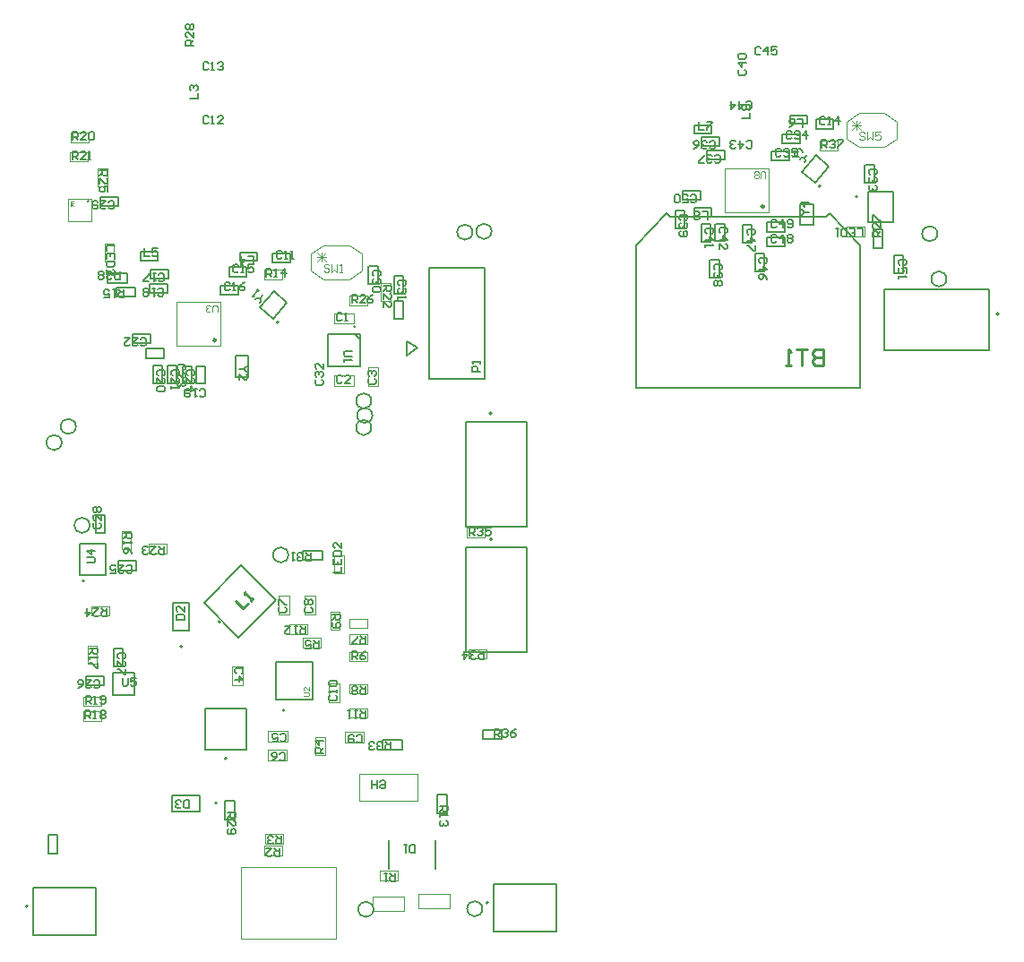
<source format=gbr>
G04*
G04 #@! TF.GenerationSoftware,Altium Limited,Altium Designer,24.10.1 (45)*
G04*
G04 Layer_Color=16711935*
%FSLAX44Y44*%
%MOMM*%
G71*
G04*
G04 #@! TF.SameCoordinates,58AE560C-37F5-4C9B-8F18-908462E99DB1*
G04*
G04*
G04 #@! TF.FilePolarity,Positive*
G04*
G01*
G75*
%ADD10C,0.1000*%
%ADD11C,0.2000*%
%ADD15C,0.1524*%
%ADD16C,0.1500*%
%ADD17C,0.2540*%
%ADD19C,0.1270*%
%ADD21C,0.2032*%
%ADD22C,0.0762*%
%ADD164C,0.0500*%
%ADD165C,0.0254*%
%ADD166C,0.1200*%
%ADD167C,0.1016*%
D10*
X42594Y708644D02*
X64594D01*
X42594Y687644D02*
X64594D01*
Y708644D01*
X42594Y687644D02*
Y708644D01*
X294784Y531702D02*
X312784D01*
X294784Y541702D02*
X312784D01*
Y531702D02*
Y541702D01*
X294784Y531702D02*
Y541702D01*
X336216Y531512D02*
Y549512D01*
X326216Y531512D02*
Y549512D01*
X336216D01*
X326216Y531512D02*
X336216D01*
X308746Y607894D02*
X325746D01*
X308746Y616894D02*
X325746D01*
Y607894D02*
Y616894D01*
X308746Y607894D02*
Y616894D01*
X294784Y590376D02*
X312784D01*
X294784Y600376D02*
X312784D01*
Y590376D02*
Y600376D01*
X294784Y590376D02*
Y600376D01*
X338654Y611768D02*
Y628768D01*
X347654Y611768D02*
Y628768D01*
X338654Y611768D02*
X347654D01*
X338654Y628768D02*
X347654D01*
X663696Y736996D02*
X704696D01*
X663696Y695996D02*
X704696D01*
X663696D02*
Y736996D01*
X704696Y695996D02*
Y736996D01*
X795280Y673172D02*
Y682172D01*
X778280Y673172D02*
Y682172D01*
Y673172D02*
X795280D01*
X778280Y682172D02*
X795280D01*
X752992Y754452D02*
X769992D01*
X752992Y763452D02*
X769992D01*
Y754452D02*
Y763452D01*
X752992Y754452D02*
Y763452D01*
X206252Y77180D02*
X295652D01*
Y9180D02*
Y77180D01*
X206252Y9180D02*
X295652D01*
X206252D02*
Y77180D01*
X145578Y610702D02*
X186578D01*
X145578Y569702D02*
X186578D01*
X145578D02*
Y610702D01*
X186578Y569702D02*
Y610702D01*
X421268Y282884D02*
X438268D01*
X421268Y273884D02*
X438268D01*
X421268D02*
Y282884D01*
X438268Y273884D02*
Y282884D01*
X419744Y388438D02*
X436744D01*
X419744Y397438D02*
X436744D01*
Y388438D02*
Y397438D01*
X419744Y388438D02*
Y397438D01*
X318140Y139700D02*
X372740D01*
X318142Y164592D02*
X372740D01*
X318140Y139700D02*
X318142Y164596D01*
X372740Y139700D02*
Y164592D01*
X70938Y737480D02*
X79938D01*
X70938Y720480D02*
X79938D01*
Y737480D01*
X70938Y720480D02*
Y737480D01*
X45094Y762072D02*
X62094D01*
X45094Y771072D02*
X62094D01*
Y762072D02*
Y771072D01*
X45094Y762072D02*
Y771072D01*
X44586Y743784D02*
Y752784D01*
X61586Y743784D02*
Y752784D01*
X44586D02*
X61586D01*
X44586Y743784D02*
X61586D01*
X266272Y315358D02*
X276272D01*
X266272Y333358D02*
X276272D01*
X266272Y315358D02*
Y333358D01*
X276272Y315358D02*
Y333358D01*
X241888Y315612D02*
X251888D01*
X241888Y333612D02*
X251888D01*
X241888Y315612D02*
Y333612D01*
X251888Y315612D02*
Y333612D01*
X252104Y306252D02*
X269104D01*
X252104Y297252D02*
X269104D01*
X252104D02*
Y306252D01*
X269104Y297252D02*
Y306252D01*
X309000Y296854D02*
X326000D01*
X309000Y287854D02*
X326000D01*
X309000D02*
Y296854D01*
X326000Y287854D02*
Y296854D01*
X309000Y311586D02*
X326000D01*
X309000Y302586D02*
X326000D01*
X309000D02*
Y311586D01*
X326000Y302586D02*
Y311586D01*
X290648Y300872D02*
Y317872D01*
X299648Y300872D02*
Y317872D01*
X290648Y300872D02*
X299648D01*
X290648Y317872D02*
X299648D01*
X264804Y293298D02*
X281804D01*
X264804Y284298D02*
X281804D01*
X264804D02*
Y293298D01*
X281804Y284298D02*
Y293298D01*
X228228Y632532D02*
X245228D01*
X228228Y641532D02*
X245228D01*
Y632532D02*
Y641532D01*
X228228Y632532D02*
Y641532D01*
X228228Y96702D02*
X245228D01*
X228228Y87702D02*
X245228D01*
X228228D02*
Y96702D01*
X245228Y87702D02*
Y96702D01*
X229244Y108132D02*
X246244D01*
X229244Y99132D02*
X246244D01*
X229244D02*
Y108132D01*
X246244Y99132D02*
Y108132D01*
X337194Y73080D02*
X354194D01*
X337194Y64080D02*
X354194D01*
X337194D02*
Y73080D01*
X354194Y64080D02*
Y73080D01*
X198200Y266810D02*
X208200D01*
X198200Y248810D02*
X208200D01*
Y266810D01*
X198200Y248810D02*
Y266810D01*
X285932Y182254D02*
Y199254D01*
X276932Y182254D02*
Y199254D01*
X285932D01*
X276932Y182254D02*
X285932D01*
X289640Y232300D02*
X299640D01*
X289640Y250300D02*
X299640D01*
X289640Y232300D02*
Y250300D01*
X299640Y232300D02*
Y250300D01*
X309000Y226750D02*
X326000D01*
X309000Y217750D02*
X326000D01*
X309000D02*
Y226750D01*
X326000Y217750D02*
Y226750D01*
X309000Y249610D02*
X326000D01*
X309000Y240610D02*
X326000D01*
X309000D02*
Y249610D01*
X326000Y240610D02*
Y249610D01*
X309000Y271090D02*
X326000D01*
X309000Y280090D02*
X326000D01*
Y271090D02*
Y280090D01*
X309000Y271090D02*
Y280090D01*
X322690Y194390D02*
Y204390D01*
X304690Y194390D02*
Y204390D01*
Y194390D02*
X322690D01*
X304690Y204390D02*
X322690D01*
X93544Y394326D02*
X102544D01*
X93544Y377326D02*
X102544D01*
Y394326D01*
X93544Y377326D02*
Y394326D01*
X118754Y382198D02*
X135754D01*
X118754Y373198D02*
X135754D01*
X118754D02*
Y382198D01*
X135754Y373198D02*
Y382198D01*
X64652Y323270D02*
X81652D01*
X64652Y314270D02*
X81652D01*
X64652D02*
Y323270D01*
X81652Y314270D02*
Y323270D01*
X61286Y268868D02*
Y285868D01*
X70286Y268868D02*
Y285868D01*
X61286Y268868D02*
X70286D01*
X61286Y285868D02*
X70286D01*
X57158Y214956D02*
X74158D01*
X57158Y223956D02*
X74158D01*
Y214956D02*
Y223956D01*
X57158Y214956D02*
Y223956D01*
X57286Y228926D02*
X74286D01*
X57286Y237926D02*
X74286D01*
Y228926D02*
Y237926D01*
X57286Y228926D02*
Y237926D01*
X77288Y665852D02*
X86288D01*
X77288Y648852D02*
X86288D01*
Y665852D01*
X77288Y648852D02*
Y665852D01*
X294458Y354466D02*
X303458D01*
X294458Y371466D02*
X303458D01*
X294458Y354466D02*
Y371466D01*
X303458Y354466D02*
Y371466D01*
X232046Y205660D02*
X250046D01*
X232046Y195660D02*
X250046D01*
X232046D02*
Y205660D01*
X250046Y195660D02*
Y205660D01*
X249792Y177372D02*
Y187372D01*
X231792Y177372D02*
Y187372D01*
Y177372D02*
X249792D01*
X231792Y187372D02*
X249792D01*
X373874Y37704D02*
Y51704D01*
X403874Y37704D02*
Y51704D01*
X373874Y37704D02*
X403874D01*
X373874Y51704D02*
X403874D01*
X331194Y35664D02*
X360194D01*
X331194D02*
Y48664D01*
X360194Y35664D02*
Y48664D01*
X331194D02*
X360194D01*
X795684Y770518D02*
X794435Y771768D01*
X791936D01*
X790686Y770518D01*
Y769268D01*
X791936Y768019D01*
X794435D01*
X795684Y766769D01*
Y765520D01*
X794435Y764270D01*
X791936D01*
X790686Y765520D01*
X798184Y771768D02*
Y764270D01*
X800683Y766769D01*
X803182Y764270D01*
Y771768D01*
X810680D02*
X805681D01*
Y768019D01*
X808180Y769268D01*
X809430D01*
X810680Y768019D01*
Y765520D01*
X809430Y764270D01*
X806931D01*
X805681Y765520D01*
X289716Y645550D02*
X288467Y646800D01*
X285968D01*
X284718Y645550D01*
Y644300D01*
X285968Y643051D01*
X288467D01*
X289716Y641801D01*
Y640552D01*
X288467Y639302D01*
X285968D01*
X284718Y640552D01*
X292216Y646800D02*
Y639302D01*
X294715Y641801D01*
X297214Y639302D01*
Y646800D01*
X299713Y639302D02*
X302212D01*
X300963D01*
Y646800D01*
X299713Y645550D01*
D11*
X425014Y676910D02*
G03*
X425014Y676910I-7184J0D01*
G01*
X788772Y710536D02*
G03*
X788772Y710536I-1000J0D01*
G01*
X186787Y308469D02*
G03*
X186787Y308469I-1000J0D01*
G01*
X439980Y43100D02*
G03*
X439980Y43100I-1000J0D01*
G01*
X330526Y503682D02*
G03*
X330526Y503682I-7184J0D01*
G01*
X922354Y599694D02*
G03*
X922354Y599694I-1000J0D01*
G01*
X864434Y675386D02*
G03*
X864434Y675386I-7184J0D01*
G01*
X873070Y632714D02*
G03*
X873070Y632714I-7184J0D01*
G01*
X754135Y720342D02*
G03*
X754135Y720342I-1000J0D01*
G01*
X247540Y224940D02*
G03*
X247540Y224940I-1000J0D01*
G01*
X192770Y179510D02*
G03*
X192770Y179510I-1000J0D01*
G01*
X329510Y517398D02*
G03*
X329510Y517398I-7184J0D01*
G01*
X443552Y386684D02*
G03*
X443552Y386684I-1000J0D01*
G01*
X443044Y505556D02*
G03*
X443044Y505556I-1000J0D01*
G01*
X241896Y591738D02*
G03*
X241896Y591738I-1000J0D01*
G01*
X4624Y39798D02*
G03*
X4624Y39798I-1000J0D01*
G01*
X63318Y399796D02*
G03*
X63318Y399796I-7184J0D01*
G01*
X36902Y478028D02*
G03*
X36902Y478028I-7184J0D01*
G01*
X50364Y493268D02*
G03*
X50364Y493268I-7184J0D01*
G01*
X183678Y137160D02*
G03*
X183678Y137160I-1000J0D01*
G01*
X251024Y371856D02*
G03*
X251024Y371856I-7184J0D01*
G01*
X434412Y37338D02*
G03*
X434412Y37338I-7184J0D01*
G01*
X331542Y36830D02*
G03*
X331542Y36830I-7184J0D01*
G01*
X329510Y492252D02*
G03*
X329510Y492252I-7184J0D01*
G01*
X443135Y677657D02*
G03*
X443135Y677657I-7184J0D01*
G01*
X150860Y285190D02*
G03*
X150860Y285190I-1000J0D01*
G01*
D15*
X313690Y588264D02*
G03*
X313690Y586740I0J-762D01*
G01*
D02*
G03*
X313690Y588264I0J762D01*
G01*
X314198Y580898D02*
X319278Y575818D01*
X288290Y549910D02*
Y580898D01*
Y549910D02*
X319278D01*
Y580898D01*
X288290D02*
X319278D01*
D16*
X58044Y347538D02*
G03*
X58044Y347538I-750J0D01*
G01*
D17*
X700706Y701256D02*
G03*
X700706Y701256I-1270J0D01*
G01*
X182588Y574962D02*
G03*
X182588Y574962I-1270J0D01*
G01*
X200924Y328271D02*
X208106Y321089D01*
X212894Y325877D01*
X215288Y328271D02*
X217682Y330665D01*
X216485Y329468D01*
X209303Y336650D01*
Y334256D01*
X756544Y566161D02*
Y550926D01*
X748926D01*
X746387Y553465D01*
Y556004D01*
X748926Y558544D01*
X756544D01*
X748926D01*
X746387Y561083D01*
Y563622D01*
X748926Y566161D01*
X756544D01*
X741309D02*
X731152D01*
X736231D01*
Y550926D01*
X726074D02*
X720995D01*
X723535D01*
Y566161D01*
X726074Y563622D01*
D19*
X799272Y715386D02*
X823022D01*
Y686186D02*
Y715386D01*
X799272Y686186D02*
X823022D01*
X799272D02*
Y715386D01*
X171287Y326657D02*
X204154Y293789D01*
X239537Y329171D01*
X206669Y362039D02*
X239537Y329171D01*
X171287Y326657D02*
X206669Y362039D01*
X504480Y15600D02*
Y60600D01*
X445480Y15600D02*
X504480D01*
X445480D02*
Y60600D01*
X504480D01*
X579374Y529934D02*
X791474D01*
X579374D02*
Y664450D01*
X791474Y529934D02*
Y664450D01*
X579374D02*
X608083Y694635D01*
X611764Y691134D01*
X759084D01*
X762765Y694635D01*
X791474Y664450D01*
X351026Y594870D02*
X359536D01*
X351026Y611630D02*
X359666D01*
X351026Y594870D02*
Y611630D01*
X359666Y594870D02*
Y611630D01*
X814354Y565694D02*
Y623194D01*
X913354D01*
Y565694D02*
Y623194D01*
X814354Y565694D02*
X913354D01*
X803870Y661560D02*
X812870D01*
X803870Y679560D02*
X812870D01*
X803870Y661560D02*
Y679560D01*
X812870Y661560D02*
Y679560D01*
X703216Y677416D02*
X719976D01*
X703216Y686056D02*
X719976D01*
Y677416D02*
Y686056D01*
X703216Y677546D02*
Y686056D01*
X735060Y683674D02*
X747060D01*
X735060Y703674D02*
X747060D01*
X735060Y683674D02*
Y703674D01*
X747060Y683674D02*
Y703674D01*
X680606Y667006D02*
Y683766D01*
X689246Y667006D02*
Y683766D01*
X680606Y667006D02*
X689246D01*
X680736Y683766D02*
X689246D01*
X649476Y633732D02*
Y650492D01*
X658116Y633732D02*
Y650492D01*
X649476Y633732D02*
X658116D01*
X649606Y650492D02*
X658116D01*
X654556Y668276D02*
Y685036D01*
X663196Y668276D02*
Y685036D01*
X654556Y668276D02*
X663196D01*
X654686Y685036D02*
X663196D01*
X641094Y667768D02*
Y684528D01*
X649734Y667768D02*
Y684528D01*
X641094Y667768D02*
X649734D01*
X641224Y684528D02*
X649734D01*
X635016Y699706D02*
X651016D01*
X635016Y691706D02*
Y699706D01*
Y691706D02*
X651016D01*
Y699706D01*
X823720Y638304D02*
Y655064D01*
X832360Y638304D02*
Y655064D01*
X823720Y638304D02*
X832360D01*
X823850Y655064D02*
X832360D01*
X707392Y744856D02*
Y753366D01*
X724152Y744726D02*
Y753366D01*
X707392D02*
X724152D01*
X707392Y744726D02*
X724152D01*
X717806Y760982D02*
X734566D01*
X717806Y769622D02*
X734566D01*
Y760982D02*
Y769622D01*
X717806Y761112D02*
Y769622D01*
X725044Y787336D02*
X741044D01*
X725044Y779336D02*
Y787336D01*
Y779336D02*
X741044D01*
Y787336D01*
X749556Y774828D02*
Y783338D01*
X766316Y774698D02*
Y783338D01*
X749556D02*
X766316D01*
X749556Y774698D02*
X766316D01*
X703216Y663446D02*
X719976D01*
X703216Y672086D02*
X719976D01*
Y663446D02*
Y672086D01*
X703216Y663576D02*
Y672086D01*
X691894Y640082D02*
Y656842D01*
X700534Y640082D02*
Y656842D01*
X691894Y640082D02*
X700534D01*
X692024Y656842D02*
X700534D01*
X623572Y716282D02*
X640332D01*
X623572Y707642D02*
X640332D01*
X623572D02*
Y716282D01*
X640332Y707642D02*
Y716152D01*
X646432Y753874D02*
X663192D01*
X646432Y745234D02*
X663192D01*
X646432D02*
Y753874D01*
X663192Y745234D02*
Y753744D01*
X635128Y770192D02*
X651128D01*
Y778192D01*
X635128D02*
X651128D01*
X635128Y770192D02*
Y778192D01*
X641606Y766828D02*
X658366D01*
X641606Y758188D02*
X658366D01*
X641606D02*
Y766828D01*
X658366Y758188D02*
Y766698D01*
X748921Y723877D02*
X761777Y739198D01*
X749520Y749482D02*
X761777Y739198D01*
X736665Y734162D02*
X749520Y749482D01*
X736665Y734162D02*
X748921Y723877D01*
X795922Y723648D02*
Y740408D01*
X804562Y723648D02*
Y740408D01*
X795922Y723648D02*
X804562D01*
X796052Y740408D02*
X804562D01*
X616852Y680468D02*
Y697228D01*
X625492Y680468D02*
Y697228D01*
X616852Y680468D02*
X625492D01*
X616982Y697228D02*
X625492D01*
X191334Y121302D02*
Y139302D01*
X200334Y121302D02*
Y139302D01*
X191334Y121302D02*
X200334D01*
X191334Y139302D02*
X200334D01*
X239040Y235240D02*
X274040D01*
X239040Y270240D02*
X274040D01*
X239040Y235240D02*
Y270240D01*
X274040Y235240D02*
Y270240D01*
X172270Y187510D02*
X211270D01*
Y226510D01*
X172270D02*
X211270D01*
X172270Y187510D02*
Y226510D01*
X358504Y188032D02*
Y197032D01*
X340504Y188032D02*
Y197032D01*
Y188032D02*
X358504D01*
X340504Y197032D02*
X358504D01*
X434738Y197684D02*
Y206684D01*
X452738Y197684D02*
Y206684D01*
X434738D02*
X452738D01*
X434738Y197684D02*
X452738D01*
X383964Y538304D02*
X436964D01*
X383964D02*
Y643304D01*
X436964D01*
Y538304D02*
Y643304D01*
X363104Y559894D02*
X373264Y567514D01*
X363104Y573864D02*
X373264Y567514D01*
X363104Y559894D02*
Y573864D01*
X327026Y644650D02*
X335536D01*
X326896Y627890D02*
X335536D01*
Y644650D01*
X326896Y627890D02*
Y644650D01*
X351026Y619000D02*
Y635760D01*
X359666Y619000D02*
Y635760D01*
X351026Y619000D02*
X359666D01*
X351156Y635760D02*
X359666D01*
X201010Y539910D02*
Y559910D01*
X213010Y539910D02*
Y559910D01*
X201010Y539910D02*
X213010D01*
X201010Y559910D02*
X213010D01*
X419052Y279684D02*
X476552D01*
X419052D02*
Y378684D01*
X476552D01*
Y279684D02*
Y378684D01*
X418544Y398556D02*
X476044D01*
X418544D02*
Y497556D01*
X476044D01*
Y398556D02*
Y497556D01*
X151128Y533656D02*
Y550416D01*
X159768Y533656D02*
Y550416D01*
X151128Y533656D02*
X159768D01*
X151258Y550416D02*
X159768D01*
X163574Y533656D02*
Y550416D01*
X172214Y533656D02*
Y550416D01*
X163574Y533656D02*
X172214D01*
X163704Y550416D02*
X172214D01*
X136650Y533910D02*
Y550670D01*
X145290Y533910D02*
Y550670D01*
X136650Y533910D02*
X145290D01*
X136780Y550670D02*
X145290D01*
X122934Y533910D02*
Y550670D01*
X131574Y533910D02*
Y550670D01*
X122934Y533910D02*
X131574D01*
X123064Y550670D02*
X131574D01*
X194962Y634998D02*
X211722D01*
X194962Y643638D02*
X211722D01*
Y634998D02*
Y643638D01*
X194962Y635128D02*
Y643638D01*
X205756Y657796D02*
X221756D01*
X205756Y649796D02*
Y657796D01*
Y649796D02*
X221756D01*
Y657796D01*
X186946Y617980D02*
X203706D01*
X186946Y626620D02*
X203706D01*
Y617980D02*
Y626620D01*
X186946Y618110D02*
Y626620D01*
X235714Y647952D02*
X252474D01*
X235714Y656592D02*
X252474D01*
Y647952D02*
Y656592D01*
X235714Y648082D02*
Y656592D01*
X224426Y605558D02*
X236682Y595273D01*
X224426Y605558D02*
X237281Y620879D01*
X249538Y610594D01*
X236682Y595273D02*
X249538Y610594D01*
X389792Y74892D02*
Y101892D01*
X345792Y74892D02*
Y101892D01*
X69124Y12298D02*
Y57298D01*
X10124Y12298D02*
X69124D01*
X10124D02*
Y57298D01*
X69124D01*
X59692Y257304D02*
X76452D01*
X59692Y248664D02*
X76452D01*
X59692D02*
Y257304D01*
X76452Y248664D02*
Y257174D01*
X77726Y392940D02*
Y409700D01*
X69086Y392940D02*
Y409700D01*
X77726D01*
X69086Y392940D02*
X77596D01*
X107440Y357376D02*
Y365886D01*
X90680Y357376D02*
Y366016D01*
Y357376D02*
X107440D01*
X90680Y366016D02*
X107440D01*
X85850Y266194D02*
Y282954D01*
X94490Y266194D02*
Y282954D01*
X85850Y266194D02*
X94490D01*
X85980Y282954D02*
X94490D01*
X84883Y239519D02*
X105965D01*
X84883Y260601D02*
X105965D01*
X84883Y239519D02*
Y260601D01*
X105965Y239519D02*
Y260601D01*
X23948Y89298D02*
X32948D01*
X23948Y107298D02*
X32948D01*
X23948Y89298D02*
Y107298D01*
X32948Y89298D02*
Y107298D01*
X116842Y566676D02*
X133602D01*
X116842Y558036D02*
X133602D01*
X116842D02*
Y566676D01*
X133602Y558036D02*
Y566546D01*
X103634Y580900D02*
X120394D01*
X103634Y572260D02*
X120394D01*
X103634D02*
Y580900D01*
X120394Y572260D02*
Y580770D01*
X120144Y627890D02*
X136904D01*
X120144Y619250D02*
X136904D01*
X120144D02*
Y627890D01*
X136904Y619250D02*
Y627760D01*
X111177Y650307D02*
X127177D01*
Y658307D01*
X111177D02*
X127177D01*
X111177Y650307D02*
Y658307D01*
X120794Y641606D02*
X137554D01*
X120794Y632966D02*
X137554D01*
X120794D02*
Y641606D01*
X137554Y632966D02*
Y641476D01*
X106790Y615768D02*
Y624768D01*
X88790Y615768D02*
Y624768D01*
Y615768D02*
X106790D01*
X88790Y624768D02*
X106790D01*
X98408Y628722D02*
Y637722D01*
X80408Y628722D02*
Y637722D01*
Y628722D02*
X98408D01*
X80408Y637722D02*
X98408D01*
X90168Y701800D02*
Y710310D01*
X73408Y701800D02*
Y710440D01*
Y701800D02*
X90168D01*
X73408Y710440D02*
X90168D01*
X167428Y129410D02*
Y144910D01*
X140928D02*
X167428D01*
X140928Y129410D02*
Y144910D01*
Y129410D02*
X167428D01*
X283066Y366848D02*
Y375848D01*
X265066Y366848D02*
Y375848D01*
Y366848D02*
X283066D01*
X265066Y375848D02*
X283066D01*
X391994Y145652D02*
X400994D01*
X391994Y127652D02*
X400994D01*
Y145652D01*
X391994Y127652D02*
Y145652D01*
X53794Y352538D02*
Y382538D01*
X78794D01*
Y352538D02*
Y382538D01*
X53794Y352538D02*
X78794D01*
X142110Y300440D02*
Y326940D01*
X157610D01*
Y300440D02*
Y326940D01*
X142110Y300440D02*
X157610D01*
D21*
X697736Y850644D02*
X696467Y851914D01*
X693928D01*
X692658Y850644D01*
Y845566D01*
X693928Y844296D01*
X696467D01*
X697736Y845566D01*
X704084Y844296D02*
Y851914D01*
X700276Y848105D01*
X705354D01*
X712971Y851914D02*
X707893D01*
Y848105D01*
X710432Y849374D01*
X711702D01*
X712971Y848105D01*
Y845566D01*
X711702Y844296D01*
X709163D01*
X707893Y845566D01*
X277624Y537604D02*
X276355Y536335D01*
Y533796D01*
X277624Y532526D01*
X282702D01*
X283972Y533796D01*
Y536335D01*
X282702Y537604D01*
X277624Y540144D02*
X276355Y541413D01*
Y543952D01*
X277624Y545222D01*
X278894D01*
X280163Y543952D01*
Y542683D01*
Y543952D01*
X281433Y545222D01*
X282702D01*
X283972Y543952D01*
Y541413D01*
X282702Y540144D01*
X283972Y552839D02*
Y547761D01*
X278894Y552839D01*
X277624D01*
X276355Y551570D01*
Y549031D01*
X277624Y547761D01*
X310893Y564642D02*
X304546D01*
X303276Y563372D01*
Y560833D01*
X304546Y559564D01*
X310893D01*
X303276Y557024D02*
Y554485D01*
Y555755D01*
X310893D01*
X309624Y557024D01*
X301632Y540510D02*
X300363Y541780D01*
X297824D01*
X296554Y540510D01*
Y535432D01*
X297824Y534162D01*
X300363D01*
X301632Y535432D01*
X309250Y534162D02*
X304172D01*
X309250Y539240D01*
Y540510D01*
X307980Y541780D01*
X305441D01*
X304172Y540510D01*
X327408Y538360D02*
X326138Y537091D01*
Y534552D01*
X327408Y533282D01*
X332486D01*
X333756Y534552D01*
Y537091D01*
X332486Y538360D01*
X327408Y540900D02*
X326138Y542169D01*
Y544708D01*
X327408Y545978D01*
X328678D01*
X329947Y544708D01*
Y543439D01*
Y544708D01*
X331217Y545978D01*
X332486D01*
X333756Y544708D01*
Y542169D01*
X332486Y540900D01*
X310896Y609854D02*
Y617472D01*
X314705D01*
X315974Y616202D01*
Y613663D01*
X314705Y612393D01*
X310896D01*
X313435D02*
X315974Y609854D01*
X323592D02*
X318514D01*
X323592Y614932D01*
Y616202D01*
X322322Y617472D01*
X319783D01*
X318514Y616202D01*
X331209Y617472D02*
X328670Y616202D01*
X326131Y613663D01*
Y611124D01*
X327401Y609854D01*
X329940D01*
X331209Y611124D01*
Y612393D01*
X329940Y613663D01*
X326131D01*
X301632Y599184D02*
X300363Y600453D01*
X297824D01*
X296554Y599184D01*
Y594106D01*
X297824Y592836D01*
X300363D01*
X301632Y594106D01*
X304172Y592836D02*
X306711D01*
X305441D01*
Y600453D01*
X304172Y599184D01*
X340614Y626618D02*
X348232D01*
Y622809D01*
X346962Y621540D01*
X344423D01*
X343153Y622809D01*
Y626618D01*
Y624079D02*
X340614Y621540D01*
Y613922D02*
Y619001D01*
X345692Y613922D01*
X346962D01*
X348232Y615192D01*
Y617731D01*
X346962Y619001D01*
X340614Y606305D02*
Y611383D01*
X345692Y606305D01*
X346962D01*
X348232Y607574D01*
Y610113D01*
X346962Y611383D01*
X810838Y672592D02*
X803220D01*
Y676401D01*
X804490Y677671D01*
X807029D01*
X808298Y676401D01*
Y672592D01*
Y675131D02*
X810838Y677671D01*
Y685288D02*
Y680210D01*
X805759Y685288D01*
X804490D01*
X803220Y684018D01*
Y681479D01*
X804490Y680210D01*
X803220Y687827D02*
Y692906D01*
X804490D01*
X809568Y687827D01*
X810838D01*
X794011Y672595D02*
Y680213D01*
X788932D01*
X781315Y672595D02*
X786393D01*
Y680213D01*
X781315D01*
X786393Y676404D02*
X783854D01*
X778775Y672595D02*
Y680213D01*
X774967D01*
X773697Y678943D01*
Y673865D01*
X774967Y672595D01*
X778775D01*
X771158Y680213D02*
X768619D01*
X769888D01*
Y672595D01*
X771158Y673865D01*
X712356Y687576D02*
X711087Y688846D01*
X708547D01*
X707278Y687576D01*
Y682498D01*
X708547Y681228D01*
X711087D01*
X712356Y682498D01*
X718704Y681228D02*
Y688846D01*
X714895Y685037D01*
X719974D01*
X722513Y682498D02*
X723782Y681228D01*
X726322D01*
X727591Y682498D01*
Y687576D01*
X726322Y688846D01*
X723782D01*
X722513Y687576D01*
Y686306D01*
X723782Y685037D01*
X727591D01*
X735474Y693420D02*
X736744D01*
X739283Y695959D01*
X736744Y698498D01*
X735474D01*
X739283Y695959D02*
X743092D01*
Y704846D02*
X735474D01*
X739283Y701038D01*
Y706116D01*
X690766Y674626D02*
X692035Y675895D01*
Y678434D01*
X690766Y679704D01*
X685687D01*
X684418Y678434D01*
Y675895D01*
X685687Y674626D01*
X684418Y668278D02*
X692035D01*
X688227Y672086D01*
Y667008D01*
X692035Y664469D02*
Y659391D01*
X690766D01*
X685687Y664469D01*
X684418D01*
X659636Y641352D02*
X660906Y642621D01*
Y645160D01*
X659636Y646430D01*
X654558D01*
X653288Y645160D01*
Y642621D01*
X654558Y641352D01*
X659636Y638812D02*
X660906Y637543D01*
Y635004D01*
X659636Y633734D01*
X658366D01*
X657097Y635004D01*
Y636273D01*
Y635004D01*
X655827Y633734D01*
X654558D01*
X653288Y635004D01*
Y637543D01*
X654558Y638812D01*
X659636Y631195D02*
X660906Y629925D01*
Y627386D01*
X659636Y626117D01*
X658366D01*
X657097Y627386D01*
X655827Y626117D01*
X654558D01*
X653288Y627386D01*
Y629925D01*
X654558Y631195D01*
X655827D01*
X657097Y629925D01*
X658366Y631195D01*
X659636D01*
X657097Y629925D02*
Y627386D01*
X664716Y675896D02*
X665986Y677165D01*
Y679704D01*
X664716Y680974D01*
X659638D01*
X658368Y679704D01*
Y677165D01*
X659638Y675896D01*
X658368Y669548D02*
X665986D01*
X662177Y673356D01*
Y668278D01*
X658368Y660661D02*
Y665739D01*
X663447Y660661D01*
X664716D01*
X665986Y661930D01*
Y664469D01*
X664716Y665739D01*
X651254Y675388D02*
X652524Y676657D01*
Y679196D01*
X651254Y680466D01*
X646176D01*
X644906Y679196D01*
Y676657D01*
X646176Y675388D01*
X644906Y669040D02*
X652524D01*
X648715Y672849D01*
Y667770D01*
X644906Y665231D02*
Y662692D01*
Y663961D01*
X652524D01*
X651254Y665231D01*
X647334Y688596D02*
Y696214D01*
X642255D01*
X639716Y689866D02*
X638447Y688596D01*
X635907D01*
X634638Y689866D01*
Y691135D01*
X635907Y692405D01*
X634638Y693675D01*
Y694944D01*
X635907Y696214D01*
X638447D01*
X639716Y694944D01*
Y693675D01*
X638447Y692405D01*
X639716Y691135D01*
Y689866D01*
X638447Y692405D02*
X635907D01*
X833880Y645924D02*
X835150Y647193D01*
Y649732D01*
X833880Y651002D01*
X828802D01*
X827532Y649732D01*
Y647193D01*
X828802Y645924D01*
X835150Y638306D02*
Y643384D01*
X831341D01*
X832610Y640845D01*
Y639576D01*
X831341Y638306D01*
X828802D01*
X827532Y639576D01*
Y642115D01*
X828802Y643384D01*
X827532Y635767D02*
Y633228D01*
Y634497D01*
X835150D01*
X833880Y635767D01*
X684024Y757176D02*
X685293Y755907D01*
X687832D01*
X689102Y757176D01*
Y762254D01*
X687832Y763524D01*
X685293D01*
X684024Y762254D01*
X677676Y763524D02*
Y755907D01*
X681484Y759715D01*
X676406D01*
X673867Y757176D02*
X672597Y755907D01*
X670058D01*
X668789Y757176D01*
Y758446D01*
X670058Y759715D01*
X671328D01*
X670058D01*
X668789Y760985D01*
Y762254D01*
X670058Y763524D01*
X672597D01*
X673867Y762254D01*
X755142Y756412D02*
Y764029D01*
X758951D01*
X760220Y762760D01*
Y760221D01*
X758951Y758951D01*
X755142D01*
X757681D02*
X760220Y756412D01*
X762759Y762760D02*
X764029Y764029D01*
X766568D01*
X767838Y762760D01*
Y761490D01*
X766568Y760221D01*
X765299D01*
X766568D01*
X767838Y758951D01*
Y757682D01*
X766568Y756412D01*
X764029D01*
X762759Y757682D01*
X770377Y764029D02*
X775455D01*
Y762760D01*
X770377Y757682D01*
Y756412D01*
X716532Y754886D02*
X715263Y756155D01*
X712724D01*
X711454Y754886D01*
Y749808D01*
X712724Y748538D01*
X715263D01*
X716532Y749808D01*
X719072Y754886D02*
X720341Y756155D01*
X722880D01*
X724150Y754886D01*
Y753616D01*
X722880Y752347D01*
X721611D01*
X722880D01*
X724150Y751077D01*
Y749808D01*
X722880Y748538D01*
X720341D01*
X719072Y749808D01*
X731767Y756155D02*
X726689D01*
Y752347D01*
X729228Y753616D01*
X730498D01*
X731767Y752347D01*
Y749808D01*
X730498Y748538D01*
X727959D01*
X726689Y749808D01*
X683770Y794514D02*
X685039Y793244D01*
X687578D01*
X688848Y794514D01*
Y799592D01*
X687578Y800862D01*
X685039D01*
X683770Y799592D01*
X677422Y800862D02*
Y793244D01*
X681230Y797053D01*
X676152D01*
X669804Y800862D02*
Y793244D01*
X673613Y797053D01*
X668534D01*
X677420Y830324D02*
X676150Y829055D01*
Y826516D01*
X677420Y825246D01*
X682498D01*
X683768Y826516D01*
Y829055D01*
X682498Y830324D01*
X683768Y836672D02*
X676150D01*
X679959Y832864D01*
Y837942D01*
X677420Y840481D02*
X676150Y841751D01*
Y844290D01*
X677420Y845559D01*
X682498D01*
X683768Y844290D01*
Y841751D01*
X682498Y840481D01*
X677420D01*
X726946Y771142D02*
X725677Y772411D01*
X723138D01*
X721868Y771142D01*
Y766064D01*
X723138Y764794D01*
X725677D01*
X726946Y766064D01*
X729485Y771142D02*
X730755Y772411D01*
X733294D01*
X734564Y771142D01*
Y769872D01*
X733294Y768603D01*
X732025D01*
X733294D01*
X734564Y767333D01*
Y766064D01*
X733294Y764794D01*
X730755D01*
X729485Y766064D01*
X740912Y764794D02*
Y772411D01*
X737103Y768603D01*
X742181D01*
X737362Y776226D02*
Y783844D01*
X732284D01*
X724666Y776226D02*
X727205Y777496D01*
X729744Y780035D01*
Y782574D01*
X728475Y783844D01*
X725936D01*
X724666Y782574D01*
Y781305D01*
X725936Y780035D01*
X729744D01*
X758696Y784858D02*
X757427Y786128D01*
X754888D01*
X753618Y784858D01*
Y779780D01*
X754888Y778510D01*
X757427D01*
X758696Y779780D01*
X761236Y778510D02*
X763775D01*
X762505D01*
Y786128D01*
X761236Y784858D01*
X771392Y778510D02*
Y786128D01*
X767583Y782319D01*
X772662D01*
X679904Y784638D02*
X687522D01*
Y789716D01*
X686252Y792256D02*
X687522Y793525D01*
Y796064D01*
X686252Y797334D01*
X681174D01*
X679904Y796064D01*
Y793525D01*
X681174Y792256D01*
X682444D01*
X683713Y793525D01*
Y797334D01*
X712356Y673606D02*
X711087Y674876D01*
X708547D01*
X707278Y673606D01*
Y668528D01*
X708547Y667258D01*
X711087D01*
X712356Y668528D01*
X718704Y667258D02*
Y674876D01*
X714895Y671067D01*
X719974D01*
X722513Y673606D02*
X723782Y674876D01*
X726322D01*
X727591Y673606D01*
Y672336D01*
X726322Y671067D01*
X727591Y669797D01*
Y668528D01*
X726322Y667258D01*
X723782D01*
X722513Y668528D01*
Y669797D01*
X723782Y671067D01*
X722513Y672336D01*
Y673606D01*
X723782Y671067D02*
X726322D01*
X702054Y647702D02*
X703324Y648971D01*
Y651510D01*
X702054Y652780D01*
X696976D01*
X695706Y651510D01*
Y648971D01*
X696976Y647702D01*
X695706Y641354D02*
X703324D01*
X699515Y645162D01*
Y640084D01*
X703324Y632467D02*
X702054Y635006D01*
X699515Y637545D01*
X696976D01*
X695706Y636275D01*
Y633736D01*
X696976Y632467D01*
X698245D01*
X699515Y633736D01*
Y637545D01*
X631192Y706122D02*
X632461Y704852D01*
X635000D01*
X636270Y706122D01*
Y711200D01*
X635000Y712470D01*
X632461D01*
X631192Y711200D01*
X623574Y704852D02*
X628652D01*
Y708661D01*
X626113Y707391D01*
X624844D01*
X623574Y708661D01*
Y711200D01*
X624844Y712470D01*
X627383D01*
X628652Y711200D01*
X621035Y706122D02*
X619765Y704852D01*
X617226D01*
X615957Y706122D01*
Y711200D01*
X617226Y712470D01*
X619765D01*
X621035Y711200D01*
Y706122D01*
X654052Y743714D02*
X655321Y742444D01*
X657860D01*
X659130Y743714D01*
Y748792D01*
X657860Y750062D01*
X655321D01*
X654052Y748792D01*
X651513Y743714D02*
X650243Y742444D01*
X647704D01*
X646434Y743714D01*
Y744983D01*
X647704Y746253D01*
X648973D01*
X647704D01*
X646434Y747523D01*
Y748792D01*
X647704Y750062D01*
X650243D01*
X651513Y748792D01*
X643895Y742444D02*
X638817D01*
Y743714D01*
X643895Y748792D01*
Y750062D01*
X638810Y781301D02*
Y773684D01*
X643888D01*
X646428Y781301D02*
X651506D01*
Y780032D01*
X646428Y774954D01*
Y773684D01*
X649226Y756668D02*
X650495Y755398D01*
X653034D01*
X654304Y756668D01*
Y761746D01*
X653034Y763016D01*
X650495D01*
X649226Y761746D01*
X646686Y756668D02*
X645417Y755398D01*
X642878D01*
X641608Y756668D01*
Y757937D01*
X642878Y759207D01*
X644147D01*
X642878D01*
X641608Y760477D01*
Y761746D01*
X642878Y763016D01*
X645417D01*
X646686Y761746D01*
X633991Y755398D02*
X636530Y756668D01*
X639069Y759207D01*
Y761746D01*
X637799Y763016D01*
X635260D01*
X633991Y761746D01*
Y760477D01*
X635260Y759207D01*
X639069D01*
X738547Y742678D02*
X739363Y743651D01*
X739050Y747228D01*
X735473Y746915D01*
X734657Y745942D01*
X739050Y747228D02*
X741499Y750145D01*
X733528Y748547D02*
X731739Y748391D01*
X729794Y750023D01*
X729638Y751811D01*
X730454Y752784D01*
X732243Y752940D01*
X733215Y752124D01*
X732243Y752940D01*
X732086Y754729D01*
X732902Y755702D01*
X734691Y755858D01*
X736636Y754226D01*
X736792Y752437D01*
X806082Y731268D02*
X807351Y732537D01*
Y735076D01*
X806082Y736346D01*
X801003D01*
X799734Y735076D01*
Y732537D01*
X801003Y731268D01*
X806082Y728728D02*
X807351Y727459D01*
Y724920D01*
X806082Y723650D01*
X804812D01*
X803543Y724920D01*
Y726189D01*
Y724920D01*
X802273Y723650D01*
X801003D01*
X799734Y724920D01*
Y727459D01*
X801003Y728728D01*
X806082Y721111D02*
X807351Y719841D01*
Y717302D01*
X806082Y716033D01*
X804812D01*
X803543Y717302D01*
Y718572D01*
Y717302D01*
X802273Y716033D01*
X801003D01*
X799734Y717302D01*
Y719841D01*
X801003Y721111D01*
X627012Y688088D02*
X628281Y689357D01*
Y691896D01*
X627012Y693166D01*
X621933D01*
X620664Y691896D01*
Y689357D01*
X621933Y688088D01*
X627012Y685548D02*
X628281Y684279D01*
Y681740D01*
X627012Y680470D01*
X625742D01*
X624473Y681740D01*
Y683009D01*
Y681740D01*
X623203Y680470D01*
X621933D01*
X620664Y681740D01*
Y684279D01*
X621933Y685548D01*
Y677931D02*
X620664Y676661D01*
Y674122D01*
X621933Y672853D01*
X627012D01*
X628281Y674122D01*
Y676661D01*
X627012Y677931D01*
X625742D01*
X624473Y676661D01*
Y672853D01*
X193366Y128270D02*
X200984D01*
Y124461D01*
X199714Y123192D01*
X197175D01*
X195905Y124461D01*
Y128270D01*
Y125731D02*
X193366Y123192D01*
Y115574D02*
Y120653D01*
X198444Y115574D01*
X199714D01*
X200984Y116844D01*
Y119383D01*
X199714Y120653D01*
X194636Y113035D02*
X193366Y111765D01*
Y109226D01*
X194636Y107957D01*
X199714D01*
X200984Y109226D01*
Y111765D01*
X199714Y113035D01*
X198444D01*
X197175Y111765D01*
Y107957D01*
X436118Y280924D02*
Y273307D01*
X432309D01*
X431040Y274576D01*
Y277115D01*
X432309Y278385D01*
X436118D01*
X433579D02*
X431040Y280924D01*
X428501Y274576D02*
X427231Y273307D01*
X424692D01*
X423422Y274576D01*
Y275846D01*
X424692Y277115D01*
X425961D01*
X424692D01*
X423422Y278385D01*
Y279654D01*
X424692Y280924D01*
X427231D01*
X428501Y279654D01*
X417074Y280924D02*
Y273307D01*
X420883Y277115D01*
X415805D01*
X421894Y390398D02*
Y398016D01*
X425703D01*
X426972Y396746D01*
Y394207D01*
X425703Y392937D01*
X421894D01*
X424433D02*
X426972Y390398D01*
X429511Y396746D02*
X430781Y398016D01*
X433320D01*
X434590Y396746D01*
Y395476D01*
X433320Y394207D01*
X432051D01*
X433320D01*
X434590Y392937D01*
Y391668D01*
X433320Y390398D01*
X430781D01*
X429511Y391668D01*
X442207Y398016D02*
X437129D01*
Y394207D01*
X439668Y395476D01*
X440938D01*
X442207Y394207D01*
Y391668D01*
X440938Y390398D01*
X438399D01*
X437129Y391668D01*
X347472Y195000D02*
Y187383D01*
X343663D01*
X342394Y188652D01*
Y191191D01*
X343663Y192461D01*
X347472D01*
X344933D02*
X342394Y195000D01*
X339855Y188652D02*
X338585Y187383D01*
X336046D01*
X334776Y188652D01*
Y189922D01*
X336046Y191191D01*
X337315D01*
X336046D01*
X334776Y192461D01*
Y193730D01*
X336046Y195000D01*
X338585D01*
X339855Y193730D01*
X332237Y188652D02*
X330967Y187383D01*
X328428D01*
X327159Y188652D01*
Y189922D01*
X328428Y191191D01*
X329698D01*
X328428D01*
X327159Y192461D01*
Y193730D01*
X328428Y195000D01*
X330967D01*
X332237Y193730D01*
X445770Y199716D02*
Y207334D01*
X449579D01*
X450848Y206064D01*
Y203525D01*
X449579Y202255D01*
X445770D01*
X448309D02*
X450848Y199716D01*
X453387Y206064D02*
X454657Y207334D01*
X457196D01*
X458466Y206064D01*
Y204794D01*
X457196Y203525D01*
X455927D01*
X457196D01*
X458466Y202255D01*
Y200986D01*
X457196Y199716D01*
X454657D01*
X453387Y200986D01*
X466083Y207334D02*
X463544Y206064D01*
X461005Y203525D01*
Y200986D01*
X462275Y199716D01*
X464814D01*
X466083Y200986D01*
Y202255D01*
X464814Y203525D01*
X461005D01*
X330200Y150878D02*
Y158496D01*
Y154687D01*
X335278D01*
Y150878D01*
Y158496D01*
X337817Y157226D02*
X339087Y158496D01*
X341626D01*
X342896Y157226D01*
Y152148D01*
X341626Y150878D01*
X339087D01*
X337817Y152148D01*
Y153418D01*
X339087Y154687D01*
X342896D01*
X432054Y545084D02*
X424436D01*
Y548893D01*
X425706Y550162D01*
X428245D01*
X429515Y548893D01*
Y545084D01*
X432054Y552701D02*
Y555241D01*
Y553971D01*
X424436D01*
X425706Y552701D01*
X337056Y635510D02*
X338326Y636779D01*
Y639318D01*
X337056Y640588D01*
X331978D01*
X330708Y639318D01*
Y636779D01*
X331978Y635510D01*
X337056Y632971D02*
X338326Y631701D01*
Y629162D01*
X337056Y627892D01*
X335787D01*
X334517Y629162D01*
Y630431D01*
Y629162D01*
X333247Y627892D01*
X331978D01*
X330708Y629162D01*
Y631701D01*
X331978Y632971D01*
X337056Y625353D02*
X338326Y624083D01*
Y621544D01*
X337056Y620275D01*
X331978D01*
X330708Y621544D01*
Y624083D01*
X331978Y625353D01*
X337056D01*
X361186Y626620D02*
X362456Y627889D01*
Y630428D01*
X361186Y631698D01*
X356108D01*
X354838Y630428D01*
Y627889D01*
X356108Y626620D01*
X361186Y624081D02*
X362456Y622811D01*
Y620272D01*
X361186Y619002D01*
X359917D01*
X358647Y620272D01*
Y621541D01*
Y620272D01*
X357377Y619002D01*
X356108D01*
X354838Y620272D01*
Y622811D01*
X356108Y624081D01*
X354838Y616463D02*
Y613924D01*
Y615193D01*
X362456D01*
X361186Y616463D01*
X212596Y550164D02*
X211326D01*
X208787Y547625D01*
X211326Y545086D01*
X212596D01*
X208787Y547625D02*
X204978D01*
Y537468D02*
Y542547D01*
X210056Y537468D01*
X211326D01*
X212596Y538738D01*
Y541277D01*
X211326Y542547D01*
X161288Y541276D02*
X162558Y542545D01*
Y545084D01*
X161288Y546354D01*
X156210D01*
X154940Y545084D01*
Y542545D01*
X156210Y541276D01*
X154940Y533658D02*
Y538736D01*
X160018Y533658D01*
X161288D01*
X162558Y534928D01*
Y537467D01*
X161288Y538736D01*
X154940Y527310D02*
X162558D01*
X158749Y531119D01*
Y526041D01*
X152144Y546356D02*
X153413Y547625D01*
Y550164D01*
X152144Y551434D01*
X147066D01*
X145796Y550164D01*
Y547625D01*
X147066Y546356D01*
X145796Y538738D02*
Y543816D01*
X150874Y538738D01*
X152144D01*
X153413Y540008D01*
Y542547D01*
X152144Y543816D01*
Y536199D02*
X153413Y534929D01*
Y532390D01*
X152144Y531121D01*
X150874D01*
X149605Y532390D01*
Y533660D01*
Y532390D01*
X148335Y531121D01*
X147066D01*
X145796Y532390D01*
Y534929D01*
X147066Y536199D01*
X146810Y541530D02*
X148080Y542799D01*
Y545338D01*
X146810Y546608D01*
X141732D01*
X140462Y545338D01*
Y542799D01*
X141732Y541530D01*
X140462Y533912D02*
Y538990D01*
X145540Y533912D01*
X146810D01*
X148080Y535182D01*
Y537721D01*
X146810Y538990D01*
X140462Y531373D02*
Y528834D01*
Y530103D01*
X148080D01*
X146810Y531373D01*
X133094Y541530D02*
X134364Y542799D01*
Y545338D01*
X133094Y546608D01*
X128016D01*
X126746Y545338D01*
Y542799D01*
X128016Y541530D01*
X126746Y533912D02*
Y538990D01*
X131824Y533912D01*
X133094D01*
X134364Y535182D01*
Y537721D01*
X133094Y538990D01*
Y531373D02*
X134364Y530103D01*
Y527564D01*
X133094Y526295D01*
X128016D01*
X126746Y527564D01*
Y530103D01*
X128016Y531373D01*
X133094D01*
X72898Y735330D02*
X80515D01*
Y731521D01*
X79246Y730252D01*
X76707D01*
X75437Y731521D01*
Y735330D01*
Y732791D02*
X72898Y730252D01*
Y722634D02*
Y727712D01*
X77976Y722634D01*
X79246D01*
X80515Y723904D01*
Y726443D01*
X79246Y727712D01*
X80515Y715017D02*
Y720095D01*
X76707D01*
X77976Y717556D01*
Y716286D01*
X76707Y715017D01*
X74168D01*
X72898Y716286D01*
Y718825D01*
X74168Y720095D01*
X47244Y764032D02*
Y771649D01*
X51053D01*
X52322Y770380D01*
Y767841D01*
X51053Y766571D01*
X47244D01*
X49783D02*
X52322Y764032D01*
X59940D02*
X54861D01*
X59940Y769110D01*
Y770380D01*
X58670Y771649D01*
X56131D01*
X54861Y770380D01*
X62479D02*
X63749Y771649D01*
X66288D01*
X67557Y770380D01*
Y765302D01*
X66288Y764032D01*
X63749D01*
X62479Y765302D01*
Y770380D01*
X46736Y745744D02*
Y753362D01*
X50545D01*
X51814Y752092D01*
Y749553D01*
X50545Y748283D01*
X46736D01*
X49275D02*
X51814Y745744D01*
X59432D02*
X54353D01*
X59432Y750822D01*
Y752092D01*
X58162Y753362D01*
X55623D01*
X54353Y752092D01*
X61971Y745744D02*
X64510D01*
X63241D01*
Y753362D01*
X61971Y752092D01*
X267464Y322206D02*
X266194Y320937D01*
Y318398D01*
X267464Y317128D01*
X272542D01*
X273812Y318398D01*
Y320937D01*
X272542Y322206D01*
X267464Y324745D02*
X266194Y326015D01*
Y328554D01*
X267464Y329824D01*
X268734D01*
X270003Y328554D01*
X271273Y329824D01*
X272542D01*
X273812Y328554D01*
Y326015D01*
X272542Y324745D01*
X271273D01*
X270003Y326015D01*
X268734Y324745D01*
X267464D01*
X270003Y326015D02*
Y328554D01*
X243080Y322460D02*
X241810Y321191D01*
Y318652D01*
X243080Y317382D01*
X248158D01*
X249428Y318652D01*
Y321191D01*
X248158Y322460D01*
X241810Y325000D02*
Y330078D01*
X243080D01*
X248158Y325000D01*
X249428D01*
X266954Y304292D02*
Y296674D01*
X263145D01*
X261876Y297944D01*
Y300483D01*
X263145Y301753D01*
X266954D01*
X264415D02*
X261876Y304292D01*
X259336D02*
X256797D01*
X258067D01*
Y296674D01*
X259336Y297944D01*
X247910Y304292D02*
X252988D01*
X247910Y299214D01*
Y297944D01*
X249180Y296674D01*
X251719D01*
X252988Y297944D01*
X323850Y294894D02*
Y287276D01*
X320041D01*
X318772Y288546D01*
Y291085D01*
X320041Y292355D01*
X323850D01*
X321311D02*
X318772Y294894D01*
X316232Y287276D02*
X311154D01*
Y288546D01*
X316232Y293624D01*
Y294894D01*
X292608Y315722D02*
X300226D01*
Y311913D01*
X298956Y310644D01*
X296417D01*
X295147Y311913D01*
Y315722D01*
Y313183D02*
X292608Y310644D01*
X293878Y308104D02*
X292608Y306835D01*
Y304296D01*
X293878Y303026D01*
X298956D01*
X300226Y304296D01*
Y306835D01*
X298956Y308104D01*
X297686D01*
X296417Y306835D01*
Y303026D01*
X279654Y291338D02*
Y283720D01*
X275845D01*
X274576Y284990D01*
Y287529D01*
X275845Y288799D01*
X279654D01*
X277115D02*
X274576Y291338D01*
X266958Y283720D02*
X272036D01*
Y287529D01*
X269497Y286260D01*
X268228D01*
X266958Y287529D01*
Y290068D01*
X268228Y291338D01*
X270767D01*
X272036Y290068D01*
X204102Y645158D02*
X202833Y646428D01*
X200294D01*
X199024Y645158D01*
Y640080D01*
X200294Y638810D01*
X202833D01*
X204102Y640080D01*
X206642Y638810D02*
X209181D01*
X207911D01*
Y646428D01*
X206642Y645158D01*
X218068Y646428D02*
X212990D01*
Y642619D01*
X215529Y643888D01*
X216798D01*
X218068Y642619D01*
Y640080D01*
X216798Y638810D01*
X214259D01*
X212990Y640080D01*
X218074Y646686D02*
Y654304D01*
X212996D01*
X206648D02*
Y646686D01*
X210456Y650495D01*
X205378D01*
X196086Y628140D02*
X194817Y629409D01*
X192278D01*
X191008Y628140D01*
Y623062D01*
X192278Y621792D01*
X194817D01*
X196086Y623062D01*
X198626Y621792D02*
X201165D01*
X199895D01*
Y629409D01*
X198626Y628140D01*
X210052Y629409D02*
X207513Y628140D01*
X204974Y625601D01*
Y623062D01*
X206243Y621792D01*
X208782D01*
X210052Y623062D01*
Y624331D01*
X208782Y625601D01*
X204974D01*
X244854Y658112D02*
X243585Y659381D01*
X241046D01*
X239776Y658112D01*
Y653034D01*
X241046Y651764D01*
X243585D01*
X244854Y653034D01*
X247393Y651764D02*
X249933D01*
X248663D01*
Y659381D01*
X247393Y658112D01*
X253741Y651764D02*
X256281D01*
X255011D01*
Y659381D01*
X253741Y658112D01*
X230378Y634492D02*
Y642110D01*
X234187D01*
X235456Y640840D01*
Y638301D01*
X234187Y637031D01*
X230378D01*
X232917D02*
X235456Y634492D01*
X237995D02*
X240535D01*
X239265D01*
Y642110D01*
X237995Y640840D01*
X248152Y634492D02*
Y642110D01*
X244343Y638301D01*
X249422D01*
X224075Y610202D02*
X224891Y611174D01*
X224578Y614752D01*
X221001Y614439D01*
X220185Y613466D01*
X224578Y614752D02*
X227026Y617669D01*
X223136Y620934D02*
X221191Y622566D01*
X222164Y621750D01*
X217267Y615914D01*
X219056Y616071D01*
X370840Y90172D02*
Y97790D01*
X367031D01*
X365762Y96520D01*
Y91442D01*
X367031Y90172D01*
X370840D01*
X363222Y97790D02*
X360683D01*
X361953D01*
Y90172D01*
X363222Y91442D01*
X243078Y94742D02*
Y87125D01*
X239269D01*
X238000Y88394D01*
Y90933D01*
X239269Y92203D01*
X243078D01*
X240539D02*
X238000Y94742D01*
X230382D02*
X235460D01*
X230382Y89664D01*
Y88394D01*
X231652Y87125D01*
X234191D01*
X235460Y88394D01*
X244094Y106172D02*
Y98554D01*
X240285D01*
X239016Y99824D01*
Y102363D01*
X240285Y103633D01*
X244094D01*
X241555D02*
X239016Y106172D01*
X236476Y99824D02*
X235207Y98554D01*
X232668D01*
X231398Y99824D01*
Y101094D01*
X232668Y102363D01*
X233937D01*
X232668D01*
X231398Y103633D01*
Y104902D01*
X232668Y106172D01*
X235207D01*
X236476Y104902D01*
X67312Y247144D02*
X68581Y245875D01*
X71120D01*
X72390Y247144D01*
Y252222D01*
X71120Y253492D01*
X68581D01*
X67312Y252222D01*
X59694Y253492D02*
X64773D01*
X59694Y248414D01*
Y247144D01*
X60964Y245875D01*
X63503D01*
X64773Y247144D01*
X52077Y245875D02*
X54616Y247144D01*
X57155Y249683D01*
Y252222D01*
X55885Y253492D01*
X53346D01*
X52077Y252222D01*
Y250953D01*
X53346Y249683D01*
X57155D01*
X352044Y71120D02*
Y63502D01*
X348235D01*
X346966Y64772D01*
Y67311D01*
X348235Y68581D01*
X352044D01*
X349505D02*
X346966Y71120D01*
X344426D02*
X341887D01*
X343157D01*
Y63502D01*
X344426Y64772D01*
X207008Y259962D02*
X208277Y261231D01*
Y263770D01*
X207008Y265040D01*
X201930D01*
X200660Y263770D01*
Y261231D01*
X201930Y259962D01*
X200660Y253614D02*
X208277D01*
X204469Y257423D01*
Y252344D01*
X283972Y184404D02*
X276355D01*
Y188213D01*
X277624Y189482D01*
X280163D01*
X281433Y188213D01*
Y184404D01*
Y186943D02*
X283972Y189482D01*
Y195830D02*
X276355D01*
X280163Y192022D01*
Y197100D01*
X290832Y239148D02*
X289562Y237879D01*
Y235340D01*
X290832Y234070D01*
X295910D01*
X297180Y235340D01*
Y237879D01*
X295910Y239148D01*
X297180Y241688D02*
Y244227D01*
Y242957D01*
X289562D01*
X290832Y241688D01*
Y248036D02*
X289562Y249305D01*
Y251844D01*
X290832Y253114D01*
X295910D01*
X297180Y251844D01*
Y249305D01*
X295910Y248036D01*
X290832D01*
X323850Y224790D02*
Y217173D01*
X320041D01*
X318772Y218442D01*
Y220981D01*
X320041Y222251D01*
X323850D01*
X321311D02*
X318772Y224790D01*
X316232D02*
X313693D01*
X314963D01*
Y217173D01*
X316232Y218442D01*
X309884Y224790D02*
X307345D01*
X308615D01*
Y217173D01*
X309884Y218442D01*
X323850Y247650D02*
Y240033D01*
X320041D01*
X318772Y241302D01*
Y243841D01*
X320041Y245111D01*
X323850D01*
X321311D02*
X318772Y247650D01*
X316232Y241302D02*
X314963Y240033D01*
X312424D01*
X311154Y241302D01*
Y242572D01*
X312424Y243841D01*
X311154Y245111D01*
Y246380D01*
X312424Y247650D01*
X314963D01*
X316232Y246380D01*
Y245111D01*
X314963Y243841D01*
X316232Y242572D01*
Y241302D01*
X314963Y243841D02*
X312424D01*
X311150Y273050D02*
Y280667D01*
X314959D01*
X316228Y279398D01*
Y276859D01*
X314959Y275589D01*
X311150D01*
X313689D02*
X316228Y273050D01*
X323846Y280667D02*
X321307Y279398D01*
X318768Y276859D01*
Y274320D01*
X320037Y273050D01*
X322576D01*
X323846Y274320D01*
Y275589D01*
X322576Y276859D01*
X318768D01*
X315842Y195582D02*
X317111Y194312D01*
X319650D01*
X320920Y195582D01*
Y200660D01*
X319650Y201930D01*
X317111D01*
X315842Y200660D01*
X313302D02*
X312033Y201930D01*
X309494D01*
X308224Y200660D01*
Y195582D01*
X309494Y194312D01*
X312033D01*
X313302Y195582D01*
Y196852D01*
X312033Y198121D01*
X308224D01*
X67566Y402080D02*
X66297Y400811D01*
Y398272D01*
X67566Y397002D01*
X72644D01*
X73914Y398272D01*
Y400811D01*
X72644Y402080D01*
X73914Y409698D02*
Y404619D01*
X68836Y409698D01*
X67566D01*
X66297Y408428D01*
Y405889D01*
X67566Y404619D01*
Y412237D02*
X66297Y413507D01*
Y416046D01*
X67566Y417315D01*
X68836D01*
X70105Y416046D01*
X71375Y417315D01*
X72644D01*
X73914Y416046D01*
Y413507D01*
X72644Y412237D01*
X71375D01*
X70105Y413507D01*
X68836Y412237D01*
X67566D01*
X70105Y413507D02*
Y416046D01*
X95504Y392176D02*
X103122D01*
Y388367D01*
X101852Y387098D01*
X99313D01*
X98043Y388367D01*
Y392176D01*
Y389637D02*
X95504Y387098D01*
Y384558D02*
Y382019D01*
Y383289D01*
X103122D01*
X101852Y384558D01*
X103122Y373132D02*
X101852Y375671D01*
X99313Y378210D01*
X96774D01*
X95504Y376941D01*
Y374402D01*
X96774Y373132D01*
X98043D01*
X99313Y374402D01*
Y378210D01*
X133604Y380238D02*
Y372621D01*
X129795D01*
X128526Y373890D01*
Y376429D01*
X129795Y377699D01*
X133604D01*
X131065D02*
X128526Y380238D01*
X120908D02*
X125986D01*
X120908Y375160D01*
Y373890D01*
X122178Y372621D01*
X124717D01*
X125986Y373890D01*
X118369D02*
X117099Y372621D01*
X114560D01*
X113291Y373890D01*
Y375160D01*
X114560Y376429D01*
X115830D01*
X114560D01*
X113291Y377699D01*
Y378968D01*
X114560Y380238D01*
X117099D01*
X118369Y378968D01*
X98300Y355856D02*
X99569Y354586D01*
X102108D01*
X103378Y355856D01*
Y360934D01*
X102108Y362204D01*
X99569D01*
X98300Y360934D01*
X90682Y362204D02*
X95760D01*
X90682Y357125D01*
Y355856D01*
X91952Y354586D01*
X94491D01*
X95760Y355856D01*
X83065Y354586D02*
X88143D01*
Y358395D01*
X85604Y357125D01*
X84334D01*
X83065Y358395D01*
Y360934D01*
X84334Y362204D01*
X86873D01*
X88143Y360934D01*
X79502Y321310D02*
Y313692D01*
X75693D01*
X74424Y314962D01*
Y317501D01*
X75693Y318771D01*
X79502D01*
X76963D02*
X74424Y321310D01*
X66806D02*
X71884D01*
X66806Y316232D01*
Y314962D01*
X68076Y313692D01*
X70615D01*
X71884Y314962D01*
X60458Y321310D02*
Y313692D01*
X64267Y317501D01*
X59189D01*
X96010Y273814D02*
X97280Y275083D01*
Y277622D01*
X96010Y278892D01*
X90932D01*
X89662Y277622D01*
Y275083D01*
X90932Y273814D01*
X89662Y266196D02*
Y271274D01*
X94740Y266196D01*
X96010D01*
X97280Y267466D01*
Y270005D01*
X96010Y271274D01*
X97280Y263657D02*
Y258579D01*
X96010D01*
X90932Y263657D01*
X89662D01*
X63246Y283718D02*
X70863D01*
Y279909D01*
X69594Y278640D01*
X67055D01*
X65785Y279909D01*
Y283718D01*
Y281179D02*
X63246Y278640D01*
Y276101D02*
Y273561D01*
Y274831D01*
X70863D01*
X69594Y276101D01*
X70863Y269753D02*
Y264674D01*
X69594D01*
X64516Y269753D01*
X63246D01*
X94154Y255646D02*
Y249298D01*
X95424Y248028D01*
X97963D01*
X99232Y249298D01*
Y255646D01*
X106850D02*
X101771D01*
Y251837D01*
X104311Y253106D01*
X105580D01*
X106850Y251837D01*
Y249298D01*
X105580Y248028D01*
X103041D01*
X101771Y249298D01*
X59308Y216916D02*
Y224534D01*
X63117D01*
X64386Y223264D01*
Y220725D01*
X63117Y219455D01*
X59308D01*
X61847D02*
X64386Y216916D01*
X66926D02*
X69465D01*
X68195D01*
Y224534D01*
X66926Y223264D01*
X73274D02*
X74543Y224534D01*
X77082D01*
X78352Y223264D01*
Y221994D01*
X77082Y220725D01*
X78352Y219455D01*
Y218186D01*
X77082Y216916D01*
X74543D01*
X73274Y218186D01*
Y219455D01*
X74543Y220725D01*
X73274Y221994D01*
Y223264D01*
X74543Y220725D02*
X77082D01*
X59436Y230886D02*
Y238503D01*
X63245D01*
X64514Y237234D01*
Y234695D01*
X63245Y233425D01*
X59436D01*
X61975D02*
X64514Y230886D01*
X67053D02*
X69593D01*
X68323D01*
Y238503D01*
X67053Y237234D01*
X73401Y232156D02*
X74671Y230886D01*
X77210D01*
X78480Y232156D01*
Y237234D01*
X77210Y238503D01*
X74671D01*
X73401Y237234D01*
Y235964D01*
X74671Y234695D01*
X78480D01*
X167134Y522480D02*
X168403Y521211D01*
X170942D01*
X172212Y522480D01*
Y527558D01*
X170942Y528828D01*
X168403D01*
X167134Y527558D01*
X164594Y528828D02*
X162055D01*
X163325D01*
Y521211D01*
X164594Y522480D01*
X158246Y527558D02*
X156977Y528828D01*
X154438D01*
X153168Y527558D01*
Y522480D01*
X154438Y521211D01*
X156977D01*
X158246Y522480D01*
Y523750D01*
X156977Y525019D01*
X153168D01*
X111254Y570740D02*
X112523Y569470D01*
X115062D01*
X116332Y570740D01*
Y575818D01*
X115062Y577088D01*
X112523D01*
X111254Y575818D01*
X103636Y577088D02*
X108715D01*
X103636Y572010D01*
Y570740D01*
X104906Y569470D01*
X107445D01*
X108715Y570740D01*
X96019Y577088D02*
X101097D01*
X96019Y572010D01*
Y570740D01*
X97288Y569470D01*
X99827D01*
X101097Y570740D01*
X127764Y617730D02*
X129033Y616460D01*
X131572D01*
X132842Y617730D01*
Y622808D01*
X131572Y624078D01*
X129033D01*
X127764Y622808D01*
X125225Y624078D02*
X122685D01*
X123955D01*
Y616460D01*
X125225Y617730D01*
X118876D02*
X117607Y616460D01*
X115068D01*
X113798Y617730D01*
Y618999D01*
X115068Y620269D01*
X113798Y621539D01*
Y622808D01*
X115068Y624078D01*
X117607D01*
X118876Y622808D01*
Y621539D01*
X117607Y620269D01*
X118876Y618999D01*
Y617730D01*
X117607Y620269D02*
X115068D01*
X114859Y661416D02*
Y653799D01*
X119937D01*
X127555Y661416D02*
X122476D01*
Y657607D01*
X125015Y658877D01*
X126285D01*
X127555Y657607D01*
Y655068D01*
X126285Y653799D01*
X123746D01*
X122476Y655068D01*
X128414Y631446D02*
X129683Y630176D01*
X132222D01*
X133492Y631446D01*
Y636524D01*
X132222Y637794D01*
X129683D01*
X128414Y636524D01*
X125875Y637794D02*
X123335D01*
X124605D01*
Y630176D01*
X125875Y631446D01*
X119527Y630176D02*
X114448D01*
Y631446D01*
X119527Y636524D01*
Y637794D01*
X95758Y622736D02*
Y615118D01*
X91949D01*
X90680Y616388D01*
Y618927D01*
X91949Y620197D01*
X95758D01*
X93219D02*
X90680Y622736D01*
X88140D02*
X85601D01*
X86871D01*
Y615118D01*
X88140Y616388D01*
X76714Y615118D02*
X81792D01*
Y618927D01*
X79253Y617658D01*
X77984D01*
X76714Y618927D01*
Y621466D01*
X77984Y622736D01*
X80523D01*
X81792Y621466D01*
X91694Y640080D02*
Y632463D01*
X87885D01*
X86616Y633732D01*
Y636271D01*
X87885Y637541D01*
X91694D01*
X89155D02*
X86616Y640080D01*
X84076Y633732D02*
X82807Y632463D01*
X80268D01*
X78998Y633732D01*
Y635002D01*
X80268Y636271D01*
X81537D01*
X80268D01*
X78998Y637541D01*
Y638810D01*
X80268Y640080D01*
X82807D01*
X84076Y638810D01*
X76459Y633732D02*
X75189Y632463D01*
X72650D01*
X71381Y633732D01*
Y635002D01*
X72650Y636271D01*
X71381Y637541D01*
Y638810D01*
X72650Y640080D01*
X75189D01*
X76459Y638810D01*
Y637541D01*
X75189Y636271D01*
X76459Y635002D01*
Y633732D01*
X75189Y636271D02*
X72650D01*
X86865Y664583D02*
X79247D01*
Y659504D01*
X86865Y651887D02*
Y656965D01*
X79247D01*
Y651887D01*
X83056Y656965D02*
Y654426D01*
X86865Y649348D02*
X79247D01*
Y645539D01*
X80517Y644269D01*
X85595D01*
X86865Y645539D01*
Y649348D01*
X85595Y641730D02*
X86865Y640461D01*
Y637921D01*
X85595Y636652D01*
X84326D01*
X83056Y637921D01*
Y639191D01*
Y637921D01*
X81786Y636652D01*
X80517D01*
X79247Y637921D01*
Y640461D01*
X80517Y641730D01*
X81028Y700280D02*
X82297Y699010D01*
X84836D01*
X86106Y700280D01*
Y705358D01*
X84836Y706628D01*
X82297D01*
X81028Y705358D01*
X73410Y706628D02*
X78488D01*
X73410Y701550D01*
Y700280D01*
X74680Y699010D01*
X77219D01*
X78488Y700280D01*
X70871Y705358D02*
X69601Y706628D01*
X67062D01*
X65793Y705358D01*
Y700280D01*
X67062Y699010D01*
X69601D01*
X70871Y700280D01*
Y701550D01*
X69601Y702819D01*
X65793D01*
X157226Y132591D02*
Y140208D01*
X153417D01*
X152148Y138938D01*
Y133860D01*
X153417Y132591D01*
X157226D01*
X149608Y133860D02*
X148339Y132591D01*
X145800D01*
X144530Y133860D01*
Y135130D01*
X145800Y136399D01*
X147069D01*
X145800D01*
X144530Y137669D01*
Y138938D01*
X145800Y140208D01*
X148339D01*
X149608Y138938D01*
X293881Y355735D02*
X301499D01*
Y360813D01*
X293881Y368431D02*
Y363353D01*
X301499D01*
Y368431D01*
X297690Y363353D02*
Y365892D01*
X293881Y370970D02*
X301499D01*
Y374779D01*
X300229Y376049D01*
X295151D01*
X293881Y374779D01*
Y370970D01*
X301499Y383666D02*
Y378588D01*
X296420Y383666D01*
X295151D01*
X293881Y382397D01*
Y379857D01*
X295151Y378588D01*
X272034Y373816D02*
Y366198D01*
X268225D01*
X266956Y367468D01*
Y370007D01*
X268225Y371277D01*
X272034D01*
X269495D02*
X266956Y373816D01*
X264417Y367468D02*
X263147Y366198D01*
X260608D01*
X259338Y367468D01*
Y368738D01*
X260608Y370007D01*
X261877D01*
X260608D01*
X259338Y371277D01*
Y372546D01*
X260608Y373816D01*
X263147D01*
X264417Y372546D01*
X256799Y373816D02*
X254260D01*
X255529D01*
Y366198D01*
X256799Y367468D01*
X243198Y196852D02*
X244467Y195583D01*
X247006D01*
X248276Y196852D01*
Y201930D01*
X247006Y203200D01*
X244467D01*
X243198Y201930D01*
X235580Y195583D02*
X240658D01*
Y199391D01*
X238119Y198122D01*
X236850D01*
X235580Y199391D01*
Y201930D01*
X236850Y203200D01*
X239389D01*
X240658Y201930D01*
X242944Y178564D02*
X244213Y177295D01*
X246752D01*
X248022Y178564D01*
Y183642D01*
X246752Y184912D01*
X244213D01*
X242944Y183642D01*
X235326Y177295D02*
X237865Y178564D01*
X240404Y181103D01*
Y183642D01*
X239135Y184912D01*
X236596D01*
X235326Y183642D01*
Y182373D01*
X236596Y181103D01*
X240404D01*
X394026Y134620D02*
X401643D01*
Y130811D01*
X400374Y129542D01*
X397835D01*
X396565Y130811D01*
Y134620D01*
Y132081D02*
X394026Y129542D01*
Y127002D02*
Y124463D01*
Y125733D01*
X401643D01*
X400374Y127002D01*
Y120654D02*
X401643Y119385D01*
Y116846D01*
X400374Y115576D01*
X399104D01*
X397835Y116846D01*
Y118115D01*
Y116846D01*
X396565Y115576D01*
X395296D01*
X394026Y116846D01*
Y119385D01*
X395296Y120654D01*
X175766Y836420D02*
X174497Y837690D01*
X171958D01*
X170688Y836420D01*
Y831342D01*
X171958Y830072D01*
X174497D01*
X175766Y831342D01*
X178305Y830072D02*
X180845D01*
X179575D01*
Y837690D01*
X178305Y836420D01*
X184653D02*
X185923Y837690D01*
X188462D01*
X189732Y836420D01*
Y835150D01*
X188462Y833881D01*
X187193D01*
X188462D01*
X189732Y832611D01*
Y831342D01*
X188462Y830072D01*
X185923D01*
X184653Y831342D01*
X157681Y803180D02*
X165298D01*
Y808258D01*
X158950Y810798D02*
X157681Y812067D01*
Y814606D01*
X158950Y815876D01*
X160220D01*
X161489Y814606D01*
Y813337D01*
Y814606D01*
X162759Y815876D01*
X164028D01*
X165298Y814606D01*
Y812067D01*
X164028Y810798D01*
X175766Y785620D02*
X174497Y786889D01*
X171958D01*
X170688Y785620D01*
Y780542D01*
X171958Y779272D01*
X174497D01*
X175766Y780542D01*
X178305Y779272D02*
X180845D01*
X179575D01*
Y786889D01*
X178305Y785620D01*
X189732Y779272D02*
X184653D01*
X189732Y784350D01*
Y785620D01*
X188462Y786889D01*
X185923D01*
X184653Y785620D01*
X161798Y853186D02*
X154180D01*
Y856995D01*
X155450Y858264D01*
X157989D01*
X159259Y856995D01*
Y853186D01*
Y855725D02*
X161798Y858264D01*
Y865882D02*
Y860804D01*
X156720Y865882D01*
X155450D01*
X154180Y864612D01*
Y862073D01*
X155450Y860804D01*
Y868421D02*
X154180Y869691D01*
Y872230D01*
X155450Y873499D01*
X156720D01*
X157989Y872230D01*
X159259Y873499D01*
X160528D01*
X161798Y872230D01*
Y869691D01*
X160528Y868421D01*
X159259D01*
X157989Y869691D01*
X156720Y868421D01*
X155450D01*
X157989Y869691D02*
Y872230D01*
X60754Y364260D02*
X67102D01*
X68372Y365530D01*
Y368069D01*
X67102Y369338D01*
X60754D01*
X68372Y375686D02*
X60754D01*
X64563Y371878D01*
Y376956D01*
X145290Y310642D02*
X152908D01*
Y314451D01*
X151638Y315720D01*
X146560D01*
X145290Y314451D01*
Y310642D01*
X152908Y323338D02*
Y318260D01*
X147830Y323338D01*
X146560D01*
X145290Y322068D01*
Y319529D01*
X146560Y318260D01*
D22*
X784098Y782232D02*
X792562Y773768D01*
X784098D02*
X792562Y782232D01*
X784098Y778000D02*
X792562D01*
X788330Y773768D02*
Y782232D01*
X278130Y657264D02*
X286594Y648800D01*
X278130D02*
X286594Y657264D01*
X278130Y653032D02*
X286594D01*
X282362Y648800D02*
Y657264D01*
D164*
X62722Y706018D02*
G03*
X62722Y706018I-1000J0D01*
G01*
X47957Y705772D02*
X45875D01*
X45458Y705356D01*
Y704522D01*
X45875Y704106D01*
X47957D01*
Y701607D02*
X47541Y702440D01*
X46708Y703273D01*
X45875D01*
X45458Y702856D01*
Y702023D01*
X45875Y701607D01*
X46291D01*
X46708Y702023D01*
Y703273D01*
D165*
X778383Y781431D02*
X790385Y789432D01*
X778383Y765429D02*
Y781431D01*
Y765429D02*
X790385Y757428D01*
X814388D01*
X826389Y765429D01*
Y781431D01*
X814388Y789432D02*
X826389Y781431D01*
X790385Y789432D02*
X814388D01*
X284417Y664464D02*
X308419D01*
X320421Y656463D01*
Y640461D02*
Y656463D01*
X308419Y632460D02*
X320421Y640461D01*
X284417Y632460D02*
X308419D01*
X272415Y640461D02*
X284417Y632460D01*
X272415Y640461D02*
Y656463D01*
X284417Y664464D01*
D166*
X702046Y727848D02*
Y733263D01*
X700963Y734346D01*
X698797D01*
X697714Y733263D01*
Y727848D01*
X695548Y728931D02*
X694465Y727848D01*
X692299D01*
X691216Y728931D01*
Y730014D01*
X692299Y731097D01*
X691216Y732180D01*
Y733263D01*
X692299Y734346D01*
X694465D01*
X695548Y733263D01*
Y732180D01*
X694465Y731097D01*
X695548Y730014D01*
Y728931D01*
X694465Y731097D02*
X692299D01*
X183928Y601554D02*
Y606969D01*
X182845Y608052D01*
X180679D01*
X179596Y606969D01*
Y601554D01*
X177430Y602637D02*
X176347Y601554D01*
X174181D01*
X173098Y602637D01*
Y603720D01*
X174181Y604803D01*
X175264D01*
X174181D01*
X173098Y605886D01*
Y606969D01*
X174181Y608052D01*
X176347D01*
X177430Y606969D01*
D167*
X265686Y238516D02*
X269918D01*
X270764Y239363D01*
Y241055D01*
X269918Y241902D01*
X265686D01*
X270764Y246980D02*
Y243594D01*
X267378Y246980D01*
X266532D01*
X265686Y246134D01*
Y244441D01*
X266532Y243594D01*
M02*

</source>
